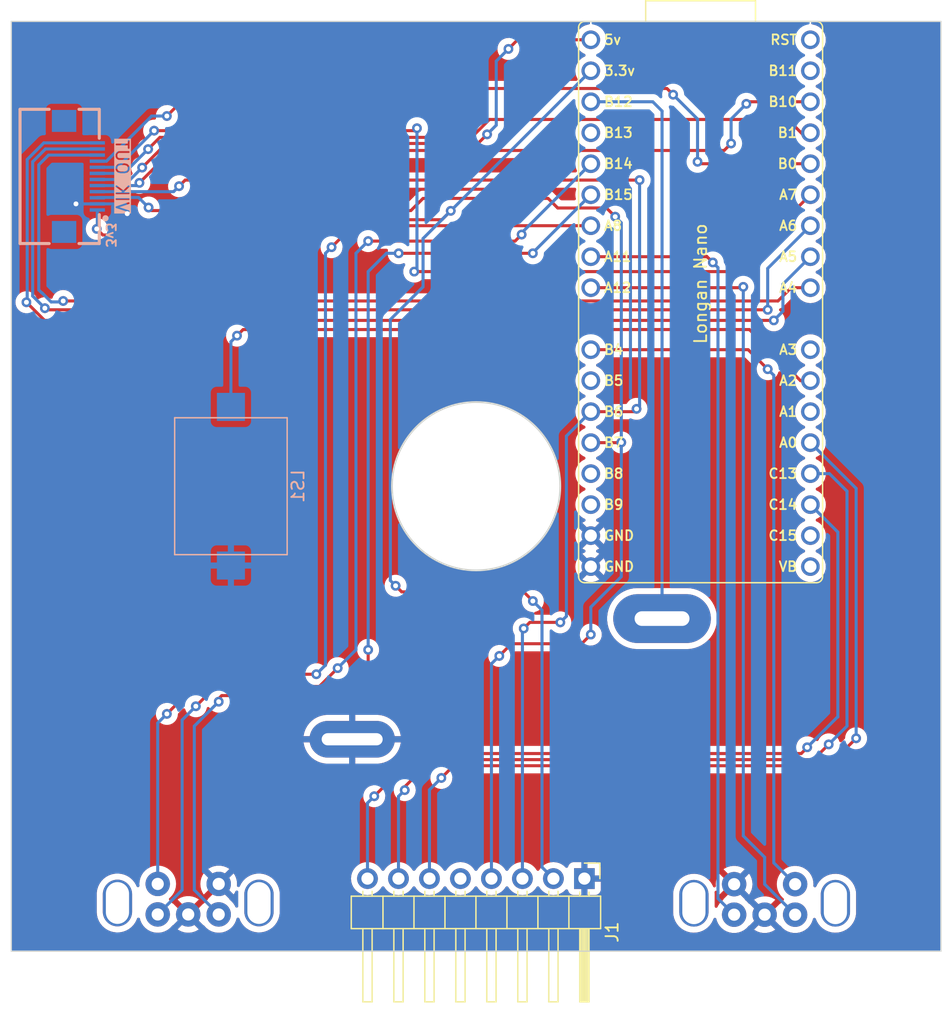
<source format=kicad_pcb>
(kicad_pcb (version 20221018) (generator pcbnew)
  (layers (0 "F.Cu" signal) (31 "B.Cu" signal) (34 "B.Paste" user) (35 "F.Paste" user) (36 "B.SilkS" user "B.Silkscreen") (37 "F.SilkS" user "F.Silkscreen") (38 "B.Mask" user) (39 "F.Mask" user) (44 "Edge.Cuts" user))
  (net 0 "")
  (net 1 "GND")
  (net 2 "SCL")
  (net 3 "SDA")
  (net 4 "DISP_DC")
  (net 5 "DISP_CS")
  (net 6 "DISP_BL")
  (net 7 "+3V3")
  (net 8 "VIK_RGB")
  (net 9 "+5V")
  (net 10 "GPIO_X1")
  (net 11 "MOSI")
  (net 12 "GPIO_X2")
  (net 13 "VIK_CS")
  (net 14 "MISO")
  (net 15 "SCLK")
  (net 16 "AUDIO")
  (net 17 "SW_1")
  (net 25 "ENC1_A")
  (net 26 "ENC1_B")
  (net 27 "ENC1_SW")
  (net 28 "ENC2_A")
  (net 29 "ENC2_B")
  (net 30 "ENC2_SW")
  (footprint "Keebio-Parts:RotaryEncoder_EC11B-Horizontal-Dual" (layer "F.Cu") (at 136.75 121.9575)
    (fp_text reference "SW3" hide)
    (fp_text value "RotaryEncoder_Switch" hide)
    (pad "" thru_hole oval (at -5.8 0.3125) (size 2.4 3.825) (drill oval 1.9 3.425) (layers "*.Cu" "*.Mask"))
    (pad "" thru_hole oval (at 5.8 0.3125) (size 2.4 3.825) (drill oval 1.9 3.425) (layers "*.Cu" "*.Mask"))
    (pad "A" thru_hole circle (at -2.5 1.25) (size 2 2) (drill 1) (layers "*.Cu" "*.Mask") (net 28 "ENC2_A"))
    (pad "B" thru_hole circle (at 2.5 1.25) (size 2 2) (drill 1) (layers "*.Cu" "*.Mask") (net 29 "ENC2_B"))
    (pad "C" thru_hole circle (at 0 1.25) (size 2 2) (drill 1) (layers "*.Cu" "*.Mask") (net 1 "GND"))
    (pad "S1" thru_hole circle (at -2.5 -1.25) (size 2 2) (drill 1) (layers "*.Cu" "*.Mask") (net 1 "GND"))
    (pad "S2" thru_hole circle (at 2.5 -1.25) (size 2 2) (drill 1) (layers "*.Cu" "*.Mask") (net 30 "ENC2_SW"))
  )
  (footprint "prsid:Longan_Nano" (layer "F.Cu") (at 131.5 73)
    (fp_text reference "U1" hide)
    (fp_text value "LonganNano")
    (fp_text user "B13" (at -8 -13.88) (layer "F.SilkS") (effects (font (size 0.8 0.8)) (justify left)))
    (fp_text user "GND" (at -8 19.14) (layer "F.SilkS") (effects (font (size 0.8 0.8)) (justify left)))
    (fp_text user "B1" (at 8 -13.88) (layer "F.SilkS") (effects (font (size 0.8 0.8)) (justify right)))
    (fp_text user "A4" (at 8 -1.18) (layer "F.SilkS") (effects (font (size 0.8 0.8)) (justify right)))
    (fp_text user "A12" (at -8 -1.18) (layer "F.SilkS") (effects (font (size 0.8 0.8)) (justify left)))
    (fp_text user "B5" (at -8 6.44) (layer "F.SilkS") (effects (font (size 0.8 0.8)) (justify left)))
    (fp_text user "3.3v" (at -8 -18.96) (layer "F.SilkS") (effects (font (size 0.8 0.8)) (justify left)))
    (fp_text user "B4" (at -8 3.9) (layer "F.SilkS") (effects (font (size 0.8 0.8)) (justify left)))
    (fp_text user "B14" (at -8 -11.34) (layer "F.SilkS") (effects (font (size 0.8 0.8)) (justify left)))
    (fp_text user "B6" (at -8 8.98) (layer "F.SilkS") (effects (font (size 0.8 0.8)) (justify left)))
    (fp_text user "A0" (at 8 11.52) (layer "F.SilkS") (effects (font (size 0.8 0.8)) (justify right)))
    (fp_text user "A5" (at 8 -3.72) (layer "F.SilkS") (effects (font (size 0.8 0.8)) (justify right)))
    (fp_text user "A3" (at 8 3.9) (layer "F.SilkS") (effects (font (size 0.8 0.8)) (justify right)))
    (fp_text user "A8" (at -8 -6.26) (layer "F.SilkS") (effects (font (size 0.8 0.8)) (justify left)))
    (fp_text user "5v" (at -8 -21.5) (layer "F.SilkS") (effects (font (size 0.8 0.8)) (justify left)))
    (fp_text user "C15" (at 8 19.14) (layer "F.SilkS") (effects (font (size 0.8 0.8)) (justify right)))
    (fp_text user "B10" (at 8 -16.42) (layer "F.SilkS") (effects (font (size 0.8 0.8)) (justify right)))
    (fp_text user "B0" (at 8 -11.34) (layer "F.SilkS") (effects (font (size 0.8 0.8)) (justify right)))
    (fp_text user "A7" (at 8 -8.8) (layer "F.SilkS") (effects (font (size 0.8 0.8)) (justify right)))
    (fp_text user "Longan Nano" (at 0 -1.5 -90) (layer "F.SilkS"))
    (fp_text user "B12" (at -8 -16.42) (layer "F.SilkS") (effects (font (size 0.8 0.8)) (justify left)))
    (fp_text user "GND" (at -8 21.68) (layer "F.SilkS") (effects (font (size 0.8 0.8)) (justify left)))
    (fp_text user "A1" (at 8 8.98) (layer "F.SilkS") (effects (font (size 0.8 0.8)) (justify right)))
    (fp_text user "VB" (at 8 21.68) (layer "F.SilkS") (effects (font (size 0.8 0.8)) (justify right)))
    (fp_text user "B15" (at -8 -8.8) (layer "F.SilkS") (effects (font (size 0.8 0.8)) (justify left)))
    (fp_text user "A11" (at -8 -3.72) (layer "F.SilkS") (effects (font (size 0.8 0.8)) (justify left)))
    (fp_text user "B9" (at -8 16.6) (layer "F.SilkS") (effects (font (size 0.8 0.8)) (justify left)))
    (fp_text user "C13" (at 8 14.06) (layer "F.SilkS") (effects (font (size 0.8 0.8)) (justify right)))
    (fp_text user "RST" (at 8 -21.5) (layer "F.SilkS") (effects (font (size 0.8 0.8)) (justify right)))
    (fp_text user "B11" (at 8 -18.96) (layer "F.SilkS") (effects (font (size 0.8 0.8)) (justify right)))
    (fp_text user "C14" (at 8 16.6) (layer "F.SilkS") (effects (font (size 0.8 0.8)) (justify right)))
    (fp_text user "A6" (at 8 -6.26) (layer "F.SilkS") (effects (font (size 0.8 0.8)) (justify right)))
    (fp_text user "B8" (at -8 14.06) (layer "F.SilkS") (effects (font (size 0.8 0.8)) (justify left)))
    (fp_text user "B7" (at -8 11.52) (layer "F.SilkS") (effects (font (size 0.8 0.8)) (justify left)))
    (fp_text user "A2" (at 8 6.44) (layer "F.SilkS") (effects (font (size 0.8 0.8)) (justify right)))
    (fp_line (start -10 -22.5) (end -10 22.5) (stroke (width 0.12)) (layer "F.SilkS"))
    (fp_line (start -9.5 23) (end 9.5 23) (stroke (width 0.12)) (layer "F.SilkS"))
    (fp_line (start -4.5 -24.7) (end -4.5 -23) (stroke (width 0.12)) (layer "F.SilkS"))
    (fp_line (start 0 -24.7) (end -4.5 -24.7) (stroke (width 0.12)) (layer "F.SilkS"))
    (fp_line (start 0 -24.7) (end 4.5 -24.7) (stroke (width 0.12)) (layer "F.SilkS"))
    (fp_line (start 4.5 -24.7) (end 4.5 -23) (stroke (width 0.12)) (layer "F.SilkS"))
    (fp_line (start 9.5 -23) (end -9.5 -23) (stroke (width 0.12)) (layer "F.SilkS"))
    (fp_line (start 10 22.5) (end 10 -22.5) (stroke (width 0.12)) (layer "F.SilkS"))
    (fp_arc (start -10 -22.5) (mid -9.853553 -22.853553) (end -9.5 -23) (stroke (width 0.12)) (layer "F.SilkS"))
    (fp_arc (start -9.5 23) (mid -9.853553 22.853553) (end -10 22.5) (stroke (width 0.12)) (layer "F.SilkS"))
    (fp_arc (start 9.5 -23) (mid 9.853553 -22.853553) (end 10 -22.5) (stroke (width 0.12)) (layer "F.SilkS"))
    (fp_arc (start 10 22.5) (mid 9.853553 22.853553) (end 9.5 23) (stroke (width 0.12)) (layer "F.SilkS"))
    (pad "1" thru_hole circle (at -9 -21.5) (size 1.524 1.524) (drill 1) (layers "*.Cu" "*.Mask") (net 9 "+5V"))
    (pad "2" thru_hole circle (at -9 -18.96) (size 1.524 1.524) (drill 1) (layers "*.Cu" "*.Mask") (net 7 "+3V3"))
    (pad "3" thru_hole circle (at -9 -16.42) (size 1.524 1.524) (drill 1) (layers "*.Cu" "*.Mask") (net 17 "SW_1"))
    (pad "4" thru_hole circle (at -9 -13.88) (size 1.524 1.524) (drill 1) (layers "*.Cu" "*.Mask"))
    (pad "5" thru_hole circle (at -9 -11.34) (size 1.524 1.524) (drill 1) (layers "*.Cu" "*.Mask") (net 25 "ENC1_A"))
    (pad "6" thru_hole circle (at -9 -8.8) (size 1.524 1.524) (drill 1) (layers "*.Cu" "*.Mask") (net 26 "ENC1_B"))
    (pad "7" thru_hole circle (at -9 -6.26) (size 1.524 1.524) (drill 1) (layers "*.Cu" "*.Mask") (net 27 "ENC1_SW"))
    (pad "8" thru_hole circle (at -9 -3.72) (size 1.524 1.524) (drill 1) (layers "*.Cu" "*.Mask") (net 28 "ENC2_A"))
    (pad "9" thru_hole circle (at -9 -1.18) (size 1.524 1.524) (drill 1) (layers "*.Cu" "*.Mask") (net 29 "ENC2_B"))
    (pad "10" thru_hole circle (at -9 3.9) (size 1.524 1.524) (drill 1) (layers "*.Cu" "*.Mask") (net 30 "ENC2_SW"))
    (pad "11" thru_hole circle (at -9 6.44) (size 1.524 1.524) (drill 1) (layers "*.Cu" "*.Mask"))
    (pad "12" thru_hole circle (at -9 8.98) (size 1.524 1.524) (drill 1) (layers "*.Cu" "*.Mask") (net 2 "SCL"))
    (pad "13" thru_hole circle (at -9 11.52) (size 1.524 1.524) (drill 1) (layers "*.Cu" "*.Mask") (net 3 "SDA"))
    (pad "14" thru_hole circle (at -9 14.06) (size 1.524 1.524) (drill 1) (layers "*.Cu" "*.Mask"))
    (pad "15" thru_hole circle (at -9 16.6) (size 1.524 1.524) (drill 1) (layers "*.Cu" "*.Mask"))
    (pad "16" thru_hole circle (at -9 19.14) (size 1.524 1.524) (drill 1) (layers "*.Cu" "*.Mask") (net 1 "GND"))
    (pad "17" thru_hole circle (at -9 21.68) (size 1.524 1.524) (drill 1) (layers "*.Cu" "*.Mask") (net 1 "GND"))
    (pad "18" thru_hole circle (at 9 21.68) (size 1.524 1.524) (drill 1) (layers "*.Cu" "*.Mask"))
    (pad "19" thru_hole circle (at 9 19.14) (size 1.524 1.524) (drill 1) (layers "*.Cu" "*.Mask"))
    (pad "20" thru_hole circle (at 9 16.6) (size 1.524 1.524) (drill 1) (layers "*.Cu" "*.Mask") (net 6 "DISP_BL"))
    (pad "21" thru_hole circle (at 9 14.06) (size 1.524 1.524) (drill 1) (layers "*.Cu" "*.Mask") (net 5 "DISP_CS"))
    (pad "22" thru_hole circle (at 9 11.52) (size 1.524 1.524) (drill 1) (layers "*.Cu" "*.Mask") (net 4 "DISP_DC"))
    (pad "23" thru_hole circle (at 9 8.98) (size 1.524 1.524) (drill 1) (layers "*.Cu" "*.Mask"))
    (pad "24" thru_hole circle (at 9 6.44) (size 1.524 1.524) (drill 1) (layers "*.Cu" "*.Mask") (net 16 "AUDIO"))
    (pad "25" thru_hole circle (at 9 3.9) (size 1.524 1.524) (drill 1) (layers "*.Cu" "*.Mask"))
    (pad "26" thru_hole circle (at 9 -1.18) (size 1.524 1.524) (drill 1) (layers "*.Cu" "*.Mask") (net 13 "VIK_CS"))
    (pad "27" thru_hole circle (at 9 -3.72) (size 1.524 1.524) (drill 1) (layers "*.Cu" "*.Mask") (net 15 "SCLK"))
    (pad "28" thru_hole circle (at 9 -6.26) (size 1.524 1.524) (drill 1) (layers "*.Cu" "*.Mask") (net 14 "MISO"))
    (pad "29" thru_hole circle (at 9 -8.8) (size 1.524 1.524) (drill 1) (layers "*.Cu" "*.Mask") (net 11 "MOSI"))
    (pad "30" thru_hole circle (at 9 -11.34) (size 1.524 1.524) (drill 1) (layers "*.Cu" "*.Mask") (net 12 "GPIO_X2"))
    (pad "31" thru_hole circle (at 9 -13.88) (size 1.524 1.524) (drill 1) (layers "*.Cu" "*.Mask") (net 10 "GPIO_X1"))
    (pad "32" thru_hole circle (at 9 -16.42) (size 1.524 1.524) (drill 1) (layers "*.Cu" "*.Mask") (net 8 "VIK_RGB"))
    (pad "33" thru_hole circle (at 9 -18.96) (size 1.524 1.524) (drill 1) (layers "*.Cu" "*.Mask"))
    (pad "34" thru_hole circle (at 9 -21.5) (size 1.524 1.524) (drill 1) (layers "*.Cu" "*.Mask"))
  )
  (footprint "Keebio-Parts:NovelKeys_Kailh_Big_Series_Switch" (layer "F.Cu") (at 113.1 88.09 180)
    (fp_text reference "SW1" hide)
    (fp_text value "SW_Push" hide)
    (fp_circle (center 0 0) (end 0 -6.9) (stroke (width 0.15)) (fill none) (layer "Edge.Cuts"))
    (pad "1" thru_hole oval (at -15.24 -10.85 180) (size 8 4) (drill oval 4.5 1.2) (layers "*.Cu" "*.Mask") (net 17 "SW_1"))
    (pad "2" thru_hole oval (at 10.16 -20.74 180) (size 7 3) (drill oval 5 1) (layers "*.Cu" "*.Mask") (net 1 "GND"))
  )
  (footprint "Connector_PinHeader_2.54mm:PinHeader_1x08_P2.54mm_Horizontal" (layer "F.Cu") (at 121.975 120.25 -90)
    (fp_text reference "J1" (at 4.385 -2.27 90) (layer "F.SilkS"))
    (fp_text value "Conn_01x08_Socket")
    (fp_line (start -1.27 -1.27) (end 0 -1.27) (stroke (width 0.12)) (layer "F.SilkS"))
    (fp_line (start -1.27 0) (end -1.27 -1.27) (stroke (width 0.12)) (layer "F.SilkS"))
    (fp_line (start 1.042929 2.16) (end 1.44 2.16) (stroke (width 0.12)) (layer "F.SilkS"))
    (fp_line (start 1.042929 2.92) (end 1.44 2.92) (stroke (width 0.12)) (layer "F.SilkS"))
    (fp_line (start 1.042929 4.7) (end 1.44 4.7) (stroke (width 0.12)) (layer "F.SilkS"))
    (fp_line (start 1.042929 5.46) (end 1.44 5.46) (stroke (width 0.12)) (layer "F.SilkS"))
    (fp_line (start 1.042929 7.24) (end 1.44 7.24) (stroke (width 0.12)) (layer "F.SilkS"))
    (fp_line (start 1.042929 8) (end 1.44 8) (stroke (width 0.12)) (layer "F.SilkS"))
    (fp_line (start 1.042929 9.78) (end 1.44 9.78) (stroke (width 0.12)) (layer "F.SilkS"))
    (fp_line (start 1.042929 10.54) (end 1.44 10.54) (stroke (width 0.12)) (layer "F.SilkS"))
    (fp_line (start 1.042929 12.32) (end 1.44 12.32) (stroke (width 0.12)) (layer "F.SilkS"))
    (fp_line (start 1.042929 13.08) (end 1.44 13.08) (stroke (width 0.12)) (layer "F.SilkS"))
    (fp_line (start 1.042929 14.86) (end 1.44 14.86) (stroke (width 0.12)) (layer "F.SilkS"))
    (fp_line (start 1.042929 15.62) (end 1.44 15.62) (stroke (width 0.12)) (layer "F.SilkS"))
    (fp_line (start 1.042929 17.4) (end 1.44 17.4) (stroke (width 0.12)) (layer "F.SilkS"))
    (fp_line (start 1.042929 18.16) (end 1.44 18.16) (stroke (width 0.12)) (layer "F.SilkS"))
    (fp_line (start 1.11 -0.38) (end 1.44 -0.38) (stroke (width 0.12)) (layer "F.SilkS"))
    (fp_line (start 1.11 0.38) (end 1.44 0.38) (stroke (width 0.12)) (layer "F.SilkS"))
    (fp_line (start 1.44 -1.33) (end 1.44 19.11) (stroke (width 0.12)) (layer "F.SilkS"))
    (fp_line (start 1.44 1.27) (end 4.1 1.27) (stroke (width 0.12)) (layer "F.SilkS"))
    (fp_line (start 1.44 3.81) (end 4.1 3.81) (stroke (width 0.12)) (layer "F.SilkS"))
    (fp_line (start 1.44 6.35) (end 4.1 6.35) (stroke (width 0.12)) (layer "F.SilkS"))
    (fp_line (start 1.44 8.89) (end 4.1 8.89) (stroke (width 0.12)) (layer "F.SilkS"))
    (fp_line (start 1.44 11.43) (end 4.1 11.43) (stroke (width 0.12)) (layer "F.SilkS"))
    (fp_line (start 1.44 13.97) (end 4.1 13.97) (stroke (width 0.12)) (layer "F.SilkS"))
    (fp_line (start 1.44 16.51) (end 4.1 16.51) (stroke (width 0.12)) (layer "F.SilkS"))
    (fp_line (start 1.44 19.11) (end 4.1 19.11) (stroke (width 0.12)) (layer "F.SilkS"))
    (fp_line (start 4.1 -1.33) (end 1.44 -1.33) (stroke (width 0.12)) (layer "F.SilkS"))
    (fp_line (start 4.1 -0.38) (end 10.1 -0.38) (stroke (width 0.12)) (layer "F.SilkS"))
    (fp_line (start 4.1 -0.32) (end 10.1 -0.32) (stroke (width 0.12)) (layer "F.SilkS"))
    (fp_line (start 4.1 -0.2) (end 10.1 -0.2) (stroke (width 0.12)) (layer "F.SilkS"))
    (fp_line (start 4.1 -0.08) (end 10.1 -0.08) (stroke (width 0.12)) (layer "F.SilkS"))
    (fp_line (start 4.1 0.04) (end 10.1 0.04) (stroke (width 0.12)) (layer "F.SilkS"))
    (fp_line (start 4.1 0.16) (end 10.1 0.16) (stroke (width 0.12)) (layer "F.SilkS"))
    (fp_line (start 4.1 0.28) (end 10.1 0.28) (stroke (width 0.12)) (layer "F.SilkS"))
    (fp_line (start 4.1 2.16) (end 10.1 2.16) (stroke (width 0.12)) (layer "F.SilkS"))
    (fp_line (start 4.1 4.7) (end 10.1 4.7) (stroke (width 0.12)) (layer "F.SilkS"))
    (fp_line (start 4.1 7.24) (end 10.1 7.24) (stroke (width 0.12)) (layer "F.SilkS"))
    (fp_line (start 4.1 9.78) (end 10.1 9.78) (stroke (width 0.12)) (layer "F.SilkS"))
    (fp_line (start 4.1 12.32) (end 10.1 12.32) (stroke (width 0.12)) (layer "F.SilkS"))
    (fp_line (start 4.1 14.86) (end 10.1 14.86) (stroke (width 0.12)) (layer "F.SilkS"))
    (fp_line (start 4.1 17.4) (end 10.1 17.4) (stroke (width 0.12)) (layer "F.SilkS"))
    (fp_line (start 4.1 19.11) (end 4.1 -1.33) (stroke (width 0.12)) (layer "F.SilkS"))
    (fp_line (start 10.1 -0.38) (end 10.1 0.38) (stroke (width 0.12)) (layer "F.SilkS"))
    (fp_line (start 10.1 0.38) (end 4.1 0.38) (stroke (width 0.12)) (layer "F.SilkS"))
    (fp_line (start 10.1 2.16) (end 10.1 2.92) (stroke (width 0.12)) (layer "F.SilkS"))
    (fp_line (start 10.1 2.92) (end 4.1 2.92) (stroke (width 0.12)) (layer "F.SilkS"))
    (fp_line (start 10.1 4.7) (end 10.1 5.46) (stroke (width 0.12)) (layer "F.SilkS"))
    (fp_line (start 10.1 5.46) (end 4.1 5.46) (stroke (width 0.12)) (layer "F.SilkS"))
    (fp_line (start 10.1 7.24) (end 10.1 8) (stroke (width 0.12)) (layer "F.SilkS"))
    (fp_line (start 10.1 8) (end 4.1 8) (stroke (width 0.12)) (layer "F.SilkS"))
    (fp_line (start 10.1 9.78) (end 10.1 10.54) (stroke (width 0.12)) (layer "F.SilkS"))
    (fp_line (start 10.1 10.54) (end 4.1 10.54) (stroke (width 0.12)) (layer "F.SilkS"))
    (fp_line (start 10.1 12.32) (end 10.1 13.08) (stroke (width 0.12)) (layer "F.SilkS"))
    (fp_line (start 10.1 13.08) (end 4.1 13.08) (stroke (width 0.12)) (layer "F.SilkS"))
    (fp_line (start 10.1 14.86) (end 10.1 15.62) (stroke (width 0.12)) (layer "F.SilkS"))
    (fp_line (start 10.1 15.62) (end 4.1 15.62) (stroke (width 0.12)) (layer "F.SilkS"))
    (fp_line (start 10.1 17.4) (end 10.1 18.16) (stroke (width 0.12)) (layer "F.SilkS"))
    (fp_line (start 10.1 18.16) (end 4.1 18.16) (stroke (width 0.12)) (layer "F.SilkS"))
    (pad "1" thru_hole rect (at 0 0 270) (size 1.7 1.7) (drill 1) (layers "*.Cu" "*.Mask") (net 1 "GND"))
    (pad "2" thru_hole oval (at 0 2.54 270) (size 1.7 1.7) (drill 1) (layers "*.Cu" "*.Mask") (net 7 "+3V3"))
    (pad "3" thru_hole oval (at 0 5.08 270) (size 1.7 1.7) (drill 1) (layers "*.Cu" "*.Mask") (net 2 "SCL"))
    (pad "4" thru_hole oval (at 0 7.62 270) (size 1.7 1.7) (drill 1) (layers "*.Cu" "*.Mask") (net 3 "SDA"))
    (pad "5" thru_hole oval (at 0 10.16 270) (size 1.7 1.7) (drill 1) (layers "*.Cu" "*.Mask"))
    (pad "6" thru_hole oval (at 0 12.7 270) (size 1.7 1.7) (drill 1) (layers "*.Cu" "*.Mask") (net 4 "DISP_DC"))
    (pad "7" thru_hole oval (at 0 15.24 270) (size 1.7 1.7) (drill 1) (layers "*.Cu" "*.Mask") (net 5 "DISP_CS"))
    (pad "8" thru_hole oval (at 0 17.78 270) (size 1.7 1.7) (drill 1) (layers "*.Cu" "*.Mask") (net 6 "DISP_BL"))
  )
  (footprint "Keebio-Parts:RotaryEncoder_EC11B-Horizontal-Dual" (layer "F.Cu") (at 89.5 121.9375)
    (fp_text reference "SW2" hide)
    (fp_text value "RotaryEncoder_Switch" hide)
    (pad "" thru_hole oval (at -5.8 0.3125) (size 2.4 3.825) (drill oval 1.9 3.425) (layers "*.Cu" "*.Mask"))
    (pad "" thru_hole oval (at 5.8 0.3125) (size 2.4 3.825) (drill oval 1.9 3.425) (layers "*.Cu" "*.Mask"))
    (pad "A" thru_hole circle (at -2.5 1.25) (size 2 2) (drill 1) (layers "*.Cu" "*.Mask") (net 25 "ENC1_A"))
    (pad "B" thru_hole circle (at 2.5 1.25) (size 2 2) (drill 1) (layers "*.Cu" "*.Mask") (net 26 "ENC1_B"))
    (pad "C" thru_hole circle (at 0 1.25) (size 2 2) (drill 1) (layers "*.Cu" "*.Mask") (net 1 "GND"))
    (pad "S1" thru_hole circle (at -2.5 -1.25) (size 2 2) (drill 1) (layers "*.Cu" "*.Mask") (net 27 "ENC1_SW"))
    (pad "S2" thru_hole circle (at 2.5 -1.25) (size 2 2) (drill 1) (layers "*.Cu" "*.Mask") (net 1 "GND"))
  )
  (footprint "vik:vik-keyboard-connector-horizontal" (layer "B.Cu") (at 80.01 62.7 90)
    (fp_text reference "J2" hide)
    (fp_text value "~")
    (fp_text user "VIK OUT" (at -3.05 3.48 270 unlocked) (layer "B.SilkS" knockout) (effects (justify left bottom mirror)))
    (fp_text user "3v3" (at -5.9 2.7 270 unlocked) (layer "B.SilkS") (effects (font (size 0.75 0.75)) (justify left bottom mirror)))
    (fp_line (start -5.5 -4.295) (end -5.5 -1.912) (stroke (width 0.254)) (layer "B.SilkS"))
    (fp_line (start -5.5 0.539) (end -5.5 2.2) (stroke (width 0.254)) (layer "B.SilkS"))
    (fp_line (start -5.5 2.2) (end -3.131 2.2) (stroke (width 0.254)) (layer "B.SilkS"))
    (fp_line (start 5.5 -4.295) (end -5.5 -4.295) (stroke (width 0.254)) (layer "B.SilkS"))
    (fp_line (start 5.5 -4.295) (end 5.5 -1.912) (stroke (width 0.254)) (layer "B.SilkS"))
    (fp_line (start 5.5 0.539) (end 5.5 2.2) (stroke (width 0.254)) (layer "B.SilkS"))
    (fp_line (start 5.5 2.2) (end 3.131 2.2) (stroke (width 0.254)) (layer "B.SilkS"))
    (fp_circle (center -3.429 2.708) (end -3.302 2.708) (stroke (width 0.254)) (fill none) (layer "B.SilkS"))
    (pad "1" smd rect (at -2.75 2.038 90) (size 0.28 1.25) (layers "B.Cu" "B.Paste" "B.Mask") (net 7 "+3V3"))
    (pad "2" smd rect (at -2.25 2.038 90) (size 0.28 1.25) (layers "B.Cu" "B.Paste" "B.Mask") (net 1 "GND"))
    (pad "3" smd rect (at -1.75 2.038 90) (size 0.28 1.25) (layers "B.Cu" "B.Paste" "B.Mask") (net 3 "SDA"))
    (pad "4" smd rect (at -1.25 2.038 90) (size 0.28 1.25) (layers "B.Cu" "B.Paste" "B.Mask") (net 2 "SCL"))
    (pad "5" smd rect (at -0.75 2.038 90) (size 0.28 1.25) (layers "B.Cu" "B.Paste" "B.Mask") (net 8 "VIK_RGB"))
    (pad "6" smd rect (at -0.25 2.038 90) (size 0.28 1.25) (layers "B.Cu" "B.Paste" "B.Mask") (net 9 "+5V"))
    (pad "7" smd rect (at 0.25 2.038 90) (size 0.28 1.25) (layers "B.Cu" "B.Paste" "B.Mask") (net 10 "GPIO_X1"))
    (pad "8" smd rect (at 0.75 2.038 90) (size 0.28 1.25) (layers "B.Cu" "B.Paste" "B.Mask") (net 11 "MOSI"))
    (pad "9" smd rect (at 1.25 2.038 90) (size 0.28 1.25) (layers "B.Cu" "B.Paste" "B.Mask") (net 12 "GPIO_X2"))
    (pad "10" smd rect (at 1.75 2.038 90) (size 0.28 1.25) (layers "B.Cu" "B.Paste" "B.Mask") (net 13 "VIK_CS"))
    (pad "11" smd rect (at 2.25 2.038 90) (size 0.28 1.25) (layers "B.Cu" "B.Paste" "B.Mask") (net 14 "MISO"))
    (pad "12" smd rect (at 2.75 2.038 90) (size 0.28 1.25) (layers "B.Cu" "B.Paste" "B.Mask") (net 15 "SCLK"))
    (pad "13" smd rect (at 4.55 -0.686 90) (size 1.8 2) (layers "B.Cu" "B.Paste" "B.Mask"))
    (pad "14" smd rect (at -4.55 -0.686 90) (size 1.8 2) (layers "B.Cu" "B.Paste" "B.Mask"))
  )
  (footprint "Keebio-Parts:AST1109MLTRQ" (layer "B.Cu") (at 93 88.09 90)
    (fp_text reference "LS1" (at 0 5.5 90) (layer "B.SilkS") (effects (justify mirror)))
    (fp_text value "Speaker")
    (fp_line (start -5.61 -4.61) (end -5.61 4.61) (stroke (width 0.12)) (layer "B.SilkS"))
    (fp_line (start -5.61 4.61) (end 5.61 4.61) (stroke (width 0.12)) (layer "B.SilkS"))
    (fp_line (start 5.61 -4.61) (end -5.61 -4.61) (stroke (width 0.12)) (layer "B.SilkS"))
    (fp_line (start 5.61 4.61) (end 5.61 -4.61) (stroke (width 0.12)) (layer "B.SilkS"))
    (pad "1" smd rect (at -6.5 0 90) (size 2.3 2.3) (layers "B.Cu" "B.Paste" "B.Mask") (net 1 "GND"))
    (pad "2" smd rect (at 6.5 0 90) (size 2.3 2.3) (layers "B.Cu" "B.Paste" "B.Mask") (net 16 "AUDIO"))
  )
  (gr_line (start 75 50) (end 151.2 50) (stroke (width 0.1)) (layer "Edge.Cuts"))
  (gr_line (start 75 126.2) (end 75 50) (stroke (width 0.1)) (layer "Edge.Cuts"))
  (gr_line (start 151.2 50) (end 151.2 126.2) (stroke (width 0.1)) (layer "Edge.Cuts"))
  (gr_line (start 151.2 126.2) (end 75 126.2) (stroke (width 0.1)) (layer "Edge.Cuts"))
  (via (at 84.5 65.75) (size 0.8) (drill 0.4) (layers "F.Cu" "B.Cu") (net 1))
  (via (at 80.3 64.95) (size 0.8) (drill 0.4) (layers "F.Cu" "B.Cu") (net 1))
  (segment (start 82.048 64.95) (end 80.3 64.95) (width 0.25) (layer "B.Cu") (net 1))
  (segment (start 82.048 64.95) (end 84.3 64.95) (width 0.25) (layer "B.Cu") (net 1))
  (segment (start 84.5 65.5) (end 84.5 65.75) (width 0.25) (layer "B.Cu") (net 1))
  (segment (start 84.5 65.15) (end 84.5 65.5) (width 0.25) (layer "B.Cu") (net 1))
  (segment (start 84.3 64.95) (end 84.5 65.15) (width 0.25) (layer "B.Cu") (net 1))
  (segment (start 88.75 63.5) (end 89.25 63) (width 0.25) (layer "F.Cu") (net 2))
  (segment (start 120 99.25) (end 117.5 99.25) (width 0.25) (layer "F.Cu") (net 2))
  (segment (start 126.25 81.75) (end 126.02 81.98) (width 0.25) (layer "F.Cu") (net 2))
  (segment (start 126.02 81.98) (end 122.5 81.98) (width 0.25) (layer "F.Cu") (net 2))
  (segment (start 117.5 99.25) (end 117 99.75) (width 0.25) (layer "F.Cu") (net 2))
  (segment (start 89.25 63) (end 126.5 63) (width 0.25) (layer "F.Cu") (net 2))
  (via (at 117 99.75) (size 0.8) (drill 0.4) (layers "F.Cu" "B.Cu") (net 2))
  (via (at 88.75 63.5) (size 0.8) (drill 0.4) (layers "F.Cu" "B.Cu") (net 2))
  (via (at 120 99.25) (size 0.8) (drill 0.4) (layers "F.Cu" "B.Cu") (net 2))
  (via (at 126.5 63) (size 0.8) (drill 0.4) (layers "F.Cu" "B.Cu") (net 2))
  (via (at 126.25 81.75) (size 0.8) (drill 0.4) (layers "F.Cu" "B.Cu") (net 2))
  (segment (start 126.5 81.5) (end 126.25 81.75) (width 0.25) (layer "B.Cu") (net 2))
  (segment (start 120.5 98.75) (end 120.5 83.98) (width 0.25) (layer "B.Cu") (net 2))
  (segment (start 120.5 98.75) (end 120 99.25) (width 0.25) (layer "B.Cu") (net 2))
  (segment (start 126.5 63) (end 126.5 81.5) (width 0.25) (layer "B.Cu") (net 2))
  (segment (start 88.75 63.5) (end 88.3 63.95) (width 0.25) (layer "B.Cu") (net 2))
  (segment (start 116.895 120.25) (end 116.895 99.855) (width 0.25) (layer "B.Cu") (net 2))
  (segment (start 116.895 99.855) (end 117 99.75) (width 0.25) (layer "B.Cu") (net 2))
  (segment (start 120.5 83.98) (end 122.5 81.98) (width 0.25) (layer "B.Cu") (net 2))
  (segment (start 88.3 63.95) (end 82.048 63.95) (width 0.25) (layer "B.Cu") (net 2))
  (segment (start 124.98 84.52) (end 125 84.5) (width 0.25) (layer "F.Cu") (net 3))
  (segment (start 123.787 65.287) (end 124.5 66) (width 0.25) (layer "F.Cu") (net 3))
  (segment (start 108.75 64.5) (end 119 64.5) (width 0.25) (layer "F.Cu") (net 3))
  (segment (start 116 101) (end 121.75 101) (width 0.25) (layer "F.Cu") (net 3))
  (segment (start 86.5 65.5) (end 107.75 65.5) (width 0.25) (layer "F.Cu") (net 3))
  (segment (start 121.75 101) (end 122.5 100.25) (width 0.25) (layer "F.Cu") (net 3))
  (segment (start 86.25 65.25) (end 86.5 65.5) (width 0.25) (layer "F.Cu") (net 3))
  (segment (start 107.75 65.5) (end 108.75 64.5) (width 0.25) (layer "F.Cu") (net 3))
  (segment (start 122.5 84.52) (end 124.98 84.52) (width 0.25) (layer "F.Cu") (net 3))
  (segment (start 115 102) (end 116 101) (width 0.25) (layer "F.Cu") (net 3))
  (segment (start 119 64.5) (end 119.787 65.287) (width 0.25) (layer "F.Cu") (net 3))
  (segment (start 119.787 65.287) (end 123.787 65.287) (width 0.25) (layer "F.Cu") (net 3))
  (via (at 122.5 100.25) (size 0.8) (drill 0.4) (layers "F.Cu" "B.Cu") (net 3))
  (via (at 115 102) (size 0.8) (drill 0.4) (layers "F.Cu" "B.Cu") (net 3))
  (via (at 86.25 65.25) (size 0.8) (drill 0.4) (layers "F.Cu" "B.Cu") (net 3))
  (via (at 124.5 66) (size 0.8) (drill 0.4) (layers "F.Cu" "B.Cu") (net 3))
  (via (at 125 84.5) (size 0.8) (drill 0.4) (layers "F.Cu" "B.Cu") (net 3))
  (segment (start 114.355 106.145) (end 114.355 102.645) (width 0.25) (layer "B.Cu") (net 3))
  (segment (start 124.5 66) (end 125 66.5) (width 0.25) (layer "B.Cu") (net 3))
  (segment (start 125 84.5) (end 125 87) (width 0.25) (layer "B.Cu") (net 3))
  (segment (start 114.355 102.645) (end 115 102) (width 0.25) (layer "B.Cu") (net 3))
  (segment (start 85.425 64.425) (end 82.073 64.425) (width 0.25) (layer "B.Cu") (net 3))
  (segment (start 122.5 100.25) (end 122.5 98) (width 0.25) (layer "B.Cu") (net 3))
  (segment (start 125 66.5) (end 125 84.5) (width 0.25) (layer "B.Cu") (net 3))
  (segment (start 122.5 98) (end 125 95.5) (width 0.25) (layer "B.Cu") (net 3))
  (segment (start 82.073 64.425) (end 82.048 64.45) (width 0.25) (layer "B.Cu") (net 3))
  (segment (start 125 95.5) (end 125 87) (width 0.25) (layer "B.Cu") (net 3))
  (segment (start 86.25 65.25) (end 85.425 64.425) (width 0.25) (layer "B.Cu") (net 3))
  (segment (start 114.355 120.25) (end 114.355 106.145) (width 0.25) (layer "B.Cu") (net 3))
  (segment (start 144.25 108.75) (end 142 111) (width 0.25) (layer "F.Cu") (net 4))
  (segment (start 111.25 111) (end 110.25 112) (width 0.25) (layer "F.Cu") (net 4))
  (segment (start 142 111) (end 111.25 111) (width 0.25) (layer "F.Cu") (net 4))
  (via (at 144.25 108.75) (size 0.8) (drill 0.4) (layers "F.Cu" "B.Cu") (net 4))
  (via (at 110.25 112) (size 0.8) (drill 0.4) (layers "F.Cu" "B.Cu") (net 4))
  (segment (start 109.275 112.975) (end 109.275 120.25) (width 0.25) (layer "B.Cu") (net 4))
  (segment (start 144.25 108.75) (end 144.25 88.27) (width 0.25) (layer "B.Cu") (net 4))
  (segment (start 144.25 88.27) (end 140.5 84.52) (width 0.25) (layer "B.Cu") (net 4))
  (segment (start 110.25 112) (end 109.275 112.975) (width 0.25) (layer "B.Cu") (net 4))
  (segment (start 142 109.25) (end 140.75 110.5) (width 0.25) (layer "F.Cu") (net 5))
  (segment (start 109.474695 110.5) (end 107.25 112.724695) (width 0.25) (layer "F.Cu") (net 5))
  (segment (start 107.25 112.724695) (end 107.25 113) (width 0.25) (layer "F.Cu") (net 5))
  (segment (start 140.75 110.5) (end 109.474695 110.5) (width 0.25) (layer "F.Cu") (net 5))
  (via (at 107.25 113) (size 0.8) (drill 0.4) (layers "F.Cu" "B.Cu") (net 5))
  (via (at 142 109.25) (size 0.8) (drill 0.4) (layers "F.Cu" "B.Cu") (net 5))
  (segment (start 142.06 87.06) (end 140.5 87.06) (width 0.25) (layer "B.Cu") (net 5))
  (segment (start 143.5 88.5) (end 142.06 87.06) (width 0.25) (layer "B.Cu") (net 5))
  (segment (start 106.735 113.515) (end 106.735 120.25) (width 0.25) (layer "B.Cu") (net 5))
  (segment (start 142 109.25) (end 143.5 107.75) (width 0.25) (layer "B.Cu") (net 5))
  (segment (start 107.25 113) (end 106.735 113.515) (width 0.25) (layer "B.Cu") (net 5))
  (segment (start 143.5 107.75) (end 143.5 88.5) (width 0.25) (layer "B.Cu") (net 5))
  (segment (start 140.237701 109.487701) (end 140.237701 109.512299) (width 0.25) (layer "F.Cu") (net 6))
  (segment (start 108.25 110) (end 104.75 113.5) (width 0.25) (layer "F.Cu") (net 6))
  (segment (start 140.237701 109.512299) (end 139.75 110) (width 0.25) (layer "F.Cu") (net 6))
  (segment (start 139.75 110) (end 108.25 110) (width 0.25) (layer "F.Cu") (net 6))
  (via (at 140.237701 109.487701) (size 0.8) (drill 0.4) (layers "F.Cu" "B.Cu") (net 6))
  (via (at 104.75 113.5) (size 0.8) (drill 0.4) (layers "F.Cu" "B.Cu") (net 6))
  (segment (start 142.725402 107) (end 142.75 107) (width 0.25) (layer "B.Cu") (net 6))
  (segment (start 142.75 107) (end 142.75 91.85) (width 0.25) (layer "B.Cu") (net 6))
  (segment (start 140.237701 109.487701) (end 142.725402 107) (width 0.25) (layer "B.Cu") (net 6))
  (segment (start 104.195 120.25) (end 104.195 114.055) (width 0.25) (layer "B.Cu") (net 6))
  (segment (start 142.75 91.85) (end 140.5 89.6) (width 0.25) (layer "B.Cu") (net 6))
  (segment (start 104.195 114.055) (end 104.75 113.5) (width 0.25) (layer "B.Cu") (net 6))
  (segment (start 110.29 66.25) (end 111.02 65.52) (width 0.25) (layer "F.Cu") (net 7))
  (segment (start 107 96.75) (end 106.5 96.25) (width 0.25) (layer "F.Cu") (net 7))
  (segment (start 117.75 97.5) (end 117 96.75) (width 0.25) (layer "F.Cu") (net 7))
  (segment (start 82 67) (end 82.5 67.5) (width 0.25) (layer "F.Cu") (net 7))
  (segment (start 117 96.75) (end 107 96.75) (width 0.25) (layer "F.Cu") (net 7))
  (segment (start 102.25 66.25) (end 110.29 66.25) (width 0.25) (layer "F.Cu") (net 7))
  (segment (start 82.5 67.5) (end 101 67.5) (width 0.25) (layer "F.Cu") (net 7))
  (segment (start 101 67.5) (end 102.25 66.25) (width 0.25) (layer "F.Cu") (net 7))
  (via (at 111.02 65.52) (size 0.8) (drill 0.4) (layers "F.Cu" "B.Cu") (net 7))
  (via (at 82 67) (size 0.8) (drill 0.4) (layers "F.Cu" "B.Cu") (net 7))
  (via (at 117.75 97.5) (size 0.8) (drill 0.4) (layers "F.Cu" "B.Cu") (net 7))
  (via (at 106.5 96.25) (size 0.8) (drill 0.4) (layers "F.Cu" "B.Cu") (net 7))
  (segment (start 119.435 120.25) (end 118.5 119.315) (width 0.25) (layer "B.Cu") (net 7))
  (segment (start 118.5 117) (end 118.5 98.25) (width 0.25) (layer "B.Cu") (net 7))
  (segment (start 108.75 71.75) (end 108.75 67.79) (width 0.25) (layer "B.Cu") (net 7))
  (segment (start 118.5 119.315) (end 118.5 117) (width 0.25) (layer "B.Cu") (net 7))
  (segment (start 82.048 66.952) (end 82 67) (width 0.25) (layer "B.Cu") (net 7))
  (segment (start 106.5 96.25) (end 106.068693 95.818693) (width 0.25) (layer "B.Cu") (net 7))
  (segment (start 82.048 65.45) (end 82.048 66.952) (width 0.25) (layer "B.Cu") (net 7))
  (segment (start 118.5 98.25) (end 117.75 97.5) (width 0.25) (layer "B.Cu") (net 7))
  (segment (start 111.02 65.52) (end 111.09 65.45) (width 0.25) (layer "B.Cu") (net 7))
  (segment (start 108.75 67.79) (end 111.02 65.52) (width 0.25) (layer "B.Cu") (net 7))
  (segment (start 106.068693 95.818693) (end 106.068693 74.431307) (width 0.25) (layer "B.Cu") (net 7))
  (segment (start 111.09 65.45) (end 122.5 54.04) (width 0.25) (layer "B.Cu") (net 7))
  (segment (start 106.068693 74.431307) (end 108.75 71.75) (width 0.25) (layer "B.Cu") (net 7))
  (segment (start 135.25 56.75) (end 135.42 56.58) (width 0.25) (layer "F.Cu") (net 8))
  (segment (start 135.42 56.58) (end 140.5 56.58) (width 0.25) (layer "F.Cu") (net 8))
  (segment (start 88.1525 60.573) (end 133.427 60.573) (width 0.25) (layer "F.Cu") (net 8))
  (segment (start 85.5 63.2255) (end 88.1525 60.573) (width 0.25) (layer "F.Cu") (net 8))
  (segment (start 133.427 60.573) (end 134 60) (width 0.25) (layer "F.Cu") (net 8))
  (via (at 135.25 56.75) (size 0.8) (drill 0.4) (layers "F.Cu" "B.Cu") (net 8))
  (via (at 134 60) (size 0.8) (drill 0.4) (layers "F.Cu" "B.Cu") (net 8))
  (via (at 85.5 63.2255) (size 0.8) (drill 0.4) (layers "F.Cu" "B.Cu") (net 8))
  (segment (start 134 60) (end 134 58) (width 0.25) (layer "B.Cu") (net 8))
  (segment (start 85.2755 63.45) (end 85.5 63.2255) (width 0.25) (layer "B.Cu") (net 8))
  (segment (start 82.048 63.45) (end 85.2755 63.45) (width 0.25) (layer "B.Cu") (net 8))
  (segment (start 134 58) (end 135.25 56.75) (width 0.25) (layer "B.Cu") (net 8))
  (segment (start 116.5 51.5) (end 122.5 51.5) (width 0.25) (layer "F.Cu") (net 9))
  (segment (start 87.700902 60) (end 113.25 60) (width 0.25) (layer "F.Cu") (net 9))
  (segment (start 113.25 60) (end 114 59.25) (width 0.25) (layer "F.Cu") (net 9))
  (segment (start 85.725451 61.975451) (end 87.700902 60) (width 0.25) (layer "F.Cu") (net 9))
  (segment (start 115.75 52.25) (end 116.5 51.5) (width 0.25) (layer "F.Cu") (net 9))
  (via (at 114 59.25) (size 0.8) (drill 0.4) (layers "F.Cu" "B.Cu") (net 9))
  (via (at 115.75 52.25) (size 0.8) (drill 0.4) (layers "F.Cu" "B.Cu") (net 9))
  (via (at 85.725451 61.975451) (size 0.8) (drill 0.4) (layers "F.Cu" "B.Cu") (net 9))
  (segment (start 114 59.25) (end 114.75 58.5) (width 0.25) (layer "B.Cu") (net 9))
  (segment (start 84.750902 62.95) (end 85.725451 61.975451) (width 0.25) (layer "B.Cu") (net 9))
  (segment (start 114.75 53.25) (end 115.75 52.25) (width 0.25) (layer "B.Cu") (net 9))
  (segment (start 114.75 58.5) (end 114.75 53.25) (width 0.25) (layer "B.Cu") (net 9))
  (segment (start 82.048 62.95) (end 84.750902 62.95) (width 0.25) (layer "B.Cu") (net 9))
  (segment (start 112.724695 59.5) (end 87.176304 59.5) (width 0.25) (layer "F.Cu") (net 10))
  (segment (start 140.12 59.5) (end 138.653 58.033) (width 0.25) (layer "F.Cu") (net 10))
  (segment (start 140.5 59.12) (end 140.12 59.5) (width 0.25) (layer "F.Cu") (net 10))
  (segment (start 87.176304 59.5) (end 86.213152 60.463152) (width 0.25) (layer "F.Cu") (net 10))
  (segment (start 114.191695 58.033) (end 112.724695 59.5) (width 0.25) (layer "F.Cu") (net 10))
  (segment (start 138.653 58.033) (end 114.191695 58.033) (width 0.25) (layer "F.Cu") (net 10))
  (via (at 86.213152 60.463152) (size 0.8) (drill 0.4) (layers "F.Cu" "B.Cu") (net 10))
  (segment (start 84.226304 62.45) (end 82.048 62.45) (width 0.25) (layer "B.Cu") (net 10))
  (segment (start 86.213152 60.463152) (end 84.226304 62.45) (width 0.25) (layer "B.Cu") (net 10))
  (segment (start 108.051315 58.948685) (end 108.25 58.75) (width 0.25) (layer "F.Cu") (net 11))
  (segment (start 134.2 70.5) (end 108.0255 70.5) (width 0.25) (layer "F.Cu") (net 11))
  (segment (start 140.5 64.2) (end 134.2 70.5) (width 0.25) (layer "F.Cu") (net 11))
  (segment (start 86.706248 58.948685) (end 108.051315 58.948685) (width 0.25) (layer "F.Cu") (net 11))
  (via (at 86.706248 58.948685) (size 0.8) (drill 0.4) (layers "F.Cu" "B.Cu") (net 11))
  (via (at 108.25 58.75) (size 0.8) (drill 0.4) (layers "F.Cu" "B.Cu") (net 11))
  (via (at 108.0255 70.5) (size 0.8) (drill 0.4) (layers "F.Cu" "B.Cu") (net 11))
  (segment (start 108.25 70.2755) (end 108.0255 70.5) (width 0.25) (layer "B.Cu") (net 11))
  (segment (start 108.25 58.75) (end 108.25 70.2755) (width 0.25) (layer "B.Cu") (net 11))
  (segment (start 86.702314 58.948685) (end 86.706248 58.948685) (width 0.25) (layer "B.Cu") (net 11))
  (segment (start 83.700999 61.95) (end 86.702314 58.948685) (width 0.25) (layer "B.Cu") (net 11))
  (segment (start 82.048 61.95) (end 83.700999 61.95) (width 0.25) (layer "B.Cu") (net 11))
  (segment (start 140.5 61.66) (end 131.41 61.66) (width 0.25) (layer "F.Cu") (net 12))
  (segment (start 129.25 56) (end 128.743 55.493) (width 0.25) (layer "F.Cu") (net 12))
  (segment (start 131.41 61.66) (end 131.25 61.5) (width 0.25) (layer "F.Cu") (net 12))
  (segment (start 128.743 55.493) (end 90.007 55.493) (width 0.25) (layer "F.Cu") (net 12))
  (segment (start 90.007 55.493) (end 87.75 57.75) (width 0.25) (layer "F.Cu") (net 12))
  (via (at 87.75 57.75) (size 0.8) (drill 0.4) (layers "F.Cu" "B.Cu") (net 12))
  (via (at 131.25 61.5) (size 0.8) (drill 0.4) (layers "F.Cu" "B.Cu") (net 12))
  (via (at 129.25 56) (size 0.8) (drill 0.4) (layers "F.Cu" "B.Cu") (net 12))
  (segment (start 131.25 58) (end 129.25 56) (width 0.25) (layer "B.Cu") (net 12))
  (segment (start 82.8 61.45) (end 82.048 61.45) (width 0.25) (layer "B.Cu") (net 12))
  (segment (start 87.75 57.75) (end 86.5 57.75) (width 0.25) (layer "B.Cu") (net 12))
  (segment (start 86.5 57.75) (end 82.8 61.45) (width 0.25) (layer "B.Cu") (net 12))
  (segment (start 131.25 61.5) (end 131.25 58) (width 0.25) (layer "B.Cu") (net 12))
  (segment (start 138.93 71.82) (end 140.5 71.82) (width 0.25) (layer "F.Cu") (net 13))
  (segment (start 79.25 72.907) (end 137.843 72.907) (width 0.25) (layer "F.Cu") (net 13))
  (segment (start 137.843 72.907) (end 138.93 71.82) (width 0.25) (layer "F.Cu") (net 13))
  (via (at 79.25 72.907) (size 0.8) (drill 0.4) (layers "F.Cu" "B.Cu") (net 13))
  (segment (start 78.262653 72.987348) (end 79.169652 72.987348) (width 0.25) (layer "B.Cu") (net 13))
  (segment (start 77.5 72.25) (end 77.525305 72.25) (width 0.25) (layer "B.Cu") (net 13))
  (segment (start 77.525305 72.25) (end 78.262653 72.987348) (width 0.25) (layer "B.Cu") (net 13))
  (segment (start 77.25 72) (end 77.5 72.25) (width 0.25) (layer "B.Cu") (net 13))
  (segment (start 82.048 60.95) (end 78.05 60.95) (width 0.25) (layer "B.Cu") (net 13))
  (segment (start 78.05 60.95) (end 77.25 61.75) (width 0.25) (layer "B.Cu") (net 13))
  (segment (start 77.25 61.75) (end 77.25 72) (width 0.25) (layer "B.Cu") (net 13))
  (segment (start 79.169652 72.987348) (end 79.25 72.907) (width 0.25) (layer "B.Cu") (net 13))
  (segment (start 77.75 73.5) (end 77.8815 73.6315) (width 0.25) (layer "F.Cu") (net 14))
  (segment (start 77.8815 73.6315) (end 137 73.6315) (width 0.25) (layer "F.Cu") (net 14))
  (via (at 137 73.6315) (size 0.8) (drill 0.4) (layers "F.Cu" "B.Cu") (net 14))
  (via (at 77.75 73.5) (size 0.8) (drill 0.4) (layers "F.Cu" "B.Cu") (net 14))
  (segment (start 76.75 72.5) (end 77.75 73.5) (width 0.25) (layer "B.Cu") (net 14))
  (segment (start 82.048 60.45) (end 77.8 60.45) (width 0.25) (layer "B.Cu") (net 14))
  (segment (start 137 70.24) (end 140.5 66.74) (width 0.25) (layer "B.Cu") (net 14))
  (segment (start 76.75 61.5) (end 76.75 72.5) (width 0.25) (layer "B.Cu") (net 14))
  (segment (start 137 73.6315) (end 137 70.24) (width 0.25) (layer "B.Cu") (net 14))
  (segment (start 77.8 60.45) (end 76.75 61.5) (width 0.25) (layer "B.Cu") (net 14))
  (segment (start 77.725402 74.5) (end 76.237701 73.012299) (width 0.25) (layer "F.Cu") (net 15))
  (segment (start 137.5 74.5) (end 77.725402 74.5) (width 0.25) (layer "F.Cu") (net 15))
  (via (at 76.237701 73.012299) (size 0.8) (drill 0.4) (layers "F.Cu" "B.Cu") (net 15))
  (via (at 137.5 74.5) (size 0.8) (drill 0.4) (layers "F.Cu" "B.Cu") (net 15))
  (segment (start 138.25 73.75) (end 137.5 74.5) (width 0.25) (layer "B.Cu") (net 15))
  (segment (start 138.25 71.53) (end 138.25 73.75) (width 0.25) (layer "B.Cu") (net 15))
  (segment (start 76.3 73.074598) (end 76.3 61.313604) (width 0.25) (layer "B.Cu") (net 15))
  (segment (start 76.3 61.313604) (end 77.663604 59.95) (width 0.25) (layer "B.Cu") (net 15))
  (segment (start 140.5 69.28) (end 138.25 71.53) (width 0.25) (layer "B.Cu") (net 15))
  (segment (start 76.237701 73.012299) (end 76.3 73.074598) (width 0.25) (layer "B.Cu") (net 15))
  (segment (start 77.663604 59.95) (end 82.048 59.95) (width 0.25) (layer "B.Cu") (net 15))
  (segment (start 94 75.25) (end 135.5 75.25) (width 0.25) (layer "F.Cu") (net 16))
  (segment (start 139.69 79.44) (end 140.5 79.44) (width 0.25) (layer "F.Cu") (net 16))
  (segment (start 135.5 75.25) (end 139.69 79.44) (width 0.25) (layer "F.Cu") (net 16))
  (segment (start 93.5 75.75) (end 94 75.25) (width 0.25) (layer "F.Cu") (net 16))
  (via (at 93.5 75.75) (size 0.8) (drill 0.4) (layers "F.Cu" "B.Cu") (net 16))
  (segment (start 93 81.59) (end 93 76.25) (width 0.25) (layer "B.Cu") (net 16))
  (segment (start 93 76.25) (end 93.5 75.75) (width 0.25) (layer "B.Cu") (net 16))
  (segment (start 128.34 98.94) (end 128.34 57.34) (width 0.25) (layer "B.Cu") (net 17))
  (segment (start 127.58 56.58) (end 122.5 56.58) (width 0.25) (layer "B.Cu") (net 17))
  (segment (start 128.34 57.34) (end 127.58 56.58) (width 0.25) (layer "B.Cu") (net 17))
  (segment (start 91.75 104.5) (end 90.125 106.125) (width 0.25) (layer "F.Cu") (net 25))
  (segment (start 101.75 103) (end 100.25 104.5) (width 0.25) (layer "F.Cu") (net 25))
  (segment (start 116.2945 68) (end 104.25 68) (width 0.25) (layer "F.Cu") (net 25))
  (segment (start 116.83 67.4645) (end 116.2945 68) (width 0.25) (layer "F.Cu") (net 25))
  (segment (start 100.25 104.5) (end 91.75 104.5) (width 0.25) (layer "F.Cu") (net 25))
  (via (at 116.83 67.4645) (size 0.8) (drill 0.4) (layers "F.Cu" "B.Cu") (net 25))
  (via (at 101.75 103) (size 0.8) (drill 0.4) (layers "F.Cu" "B.Cu") (net 25))
  (via (at 104.25 68) (size 0.8) (drill 0.4) (layers "F.Cu" "B.Cu") (net 25))
  (via (at 90.125 106.125) (size 0.8) (drill 0.4) (layers "F.Cu" "B.Cu") (net 25))
  (segment (start 101.75 103) (end 103.25 101.5) (width 0.25) (layer "B.Cu") (net 25))
  (segment (start 90.125 106.125) (end 89 107.25) (width 0.25) (layer "B.Cu") (net 25))
  (segment (start 89 121.1875) (end 87 123.1875) (width 0.25) (layer "B.Cu") (net 25))
  (segment (start 103.25 69) (end 104.25 68) (width 0.25) (layer "B.Cu") (net 25))
  (segment (start 89 107.25) (end 89 121.1875) (width 0.25) (layer "B.Cu") (net 25))
  (segment (start 103.25 101.5) (end 103.25 69) (width 0.25) (layer "B.Cu") (net 25))
  (segment (start 116.83 67.33) (end 122.5 61.66) (width 0.25) (layer "B.Cu") (net 25))
  (segment (start 116.83 67.4645) (end 116.83 67.33) (width 0.25) (layer "B.Cu") (net 25))
  (segment (start 104.25 102.5) (end 101.5 105.25) (width 0.25) (layer "F.Cu") (net 26))
  (segment (start 104.25 101.5) (end 104.25 102.5) (width 0.25) (layer "F.Cu") (net 26))
  (segment (start 92 105.5) (end 92 105.75) (width 0.25) (layer "F.Cu") (net 26))
  (segment (start 101.5 105.25) (end 92.25 105.25) (width 0.25) (layer "F.Cu") (net 26))
  (segment (start 92.25 105.25) (end 92 105.5) (width 0.25) (layer "F.Cu") (net 26))
  (segment (start 106.75 69) (end 117.75 69) (width 0.25) (layer "F.Cu") (net 26))
  (via (at 104.25 101.5) (size 0.8) (drill 0.4) (layers "F.Cu" "B.Cu") (net 26))
  (via (at 92 105.75) (size 0.8) (drill 0.4) (layers "F.Cu" "B.Cu") (net 26))
  (via (at 117.75 69) (size 0.8) (drill 0.4) (layers "F.Cu" "B.Cu") (net 26))
  (via (at 106.75 69) (size 0.8) (drill 0.4) (layers "F.Cu" "B.Cu") (net 26))
  (segment (start 92 105.75) (end 90 107.75) (width 0.25) (layer "B.Cu") (net 26))
  (segment (start 90 121.1875) (end 92 123.1875) (width 0.25) (layer "B.Cu") (net 26))
  (segment (start 117.75 68.95) (end 117.75 69) (width 0.25) (layer "B.Cu") (net 26))
  (segment (start 106.75 69) (end 105.75 69) (width 0.25) (layer "B.Cu") (net 26))
  (segment (start 105.75 69) (end 104.25 70.5) (width 0.25) (layer "B.Cu") (net 26))
  (segment (start 90 107.75) (end 90 121.1875) (width 0.25) (layer "B.Cu") (net 26))
  (segment (start 122.5 64.2) (end 117.75 68.95) (width 0.25) (layer "B.Cu") (net 26))
  (segment (start 104.25 70.5) (end 104.25 101.5) (width 0.25) (layer "B.Cu") (net 26))
  (segment (start 91 103.5) (end 100 103.5) (width 0.25) (layer "F.Cu") (net 27))
  (segment (start 87.75 106.75) (end 91 103.5) (width 0.25) (layer "F.Cu") (net 27))
  (segment (start 103.01 66.74) (end 122.5 66.74) (width 0.25) (layer "F.Cu") (net 27))
  (segment (start 101.25 68.5) (end 103.01 66.74) (width 0.25) (layer "F.Cu") (net 27))
  (via (at 87.75 106.75) (size 0.8) (drill 0.4) (layers "F.Cu" "B.Cu") (net 27))
  (via (at 100 103.5) (size 0.8) (drill 0.4) (layers "F.Cu" "B.Cu") (net 27))
  (via (at 101.25 68.5) (size 0.8) (drill 0.4) (layers "F.Cu" "B.Cu") (net 27))
  (segment (start 87 107.5) (end 87 120.6875) (width 0.25) (layer "B.Cu") (net 27))
  (segment (start 101.25 68.5) (end 100.75 69) (width 0.25) (layer "B.Cu") (net 27))
  (segment (start 100.75 69) (end 100.75 102.75) (width 0.25) (layer "B.Cu") (net 27))
  (segment (start 87.75 106.75) (end 87 107.5) (width 0.25) (layer "B.Cu") (net 27))
  (segment (start 100.75 102.75) (end 100 103.5) (width 0.25) (layer "B.Cu") (net 27))
  (segment (start 132 69.25) (end 131.97 69.28) (width 0.25) (layer "F.Cu") (net 28))
  (segment (start 132.5 69.75) (end 132 69.25) (width 0.25) (layer "F.Cu") (net 28))
  (segment (start 131.97 69.28) (end 122.5 69.28) (width 0.25) (layer "F.Cu") (net 28))
  (via (at 132.5 69.75) (size 0.8) (drill 0.4) (layers "F.Cu" "B.Cu") (net 28))
  (segment (start 134.25 123.2075) (end 132.925 121.8825) (width 0.25) (layer "B.Cu") (net 28))
  (segment (start 132.925 70.175) (end 132.5 69.75) (width 0.25) (layer "B.Cu") (net 28))
  (segment (start 132.925 121.8825) (end 132.925 70.175) (width 0.25) (layer "B.Cu") (net 28))
  (segment (start 134.93 71.82) (end 135 71.75) (width 0.25) (layer "F.Cu") (net 29))
  (segment (start 122.5 71.82) (end 134.93 71.82) (width 0.25) (layer "F.Cu") (net 29))
  (via (at 135 71.75) (size 0.8) (drill 0.4) (layers "F.Cu" "B.Cu") (net 29))
  (segment (start 136.75 118.5) (end 136.75 120.7075) (width 0.25) (layer "B.Cu") (net 29))
  (segment (start 135 116.75) (end 136.75 118.5) (width 0.25) (layer "B.Cu") (net 29))
  (segment (start 135 71.75) (end 135 116.75) (width 0.25) (layer "B.Cu") (net 29))
  (segment (start 136.75 120.7075) (end 139.25 123.2075) (width 0.25) (layer "B.Cu") (net 29))
  (segment (start 137 78.5) (end 135.4 76.9) (width 0.25) (layer "F.Cu") (net 30))
  (segment (start 135.4 76.9) (end 122.5 76.9) (width 0.25) (layer "F.Cu") (net 30))
  (via (at 137 78.5) (size 0.8) (drill 0.4) (layers "F.Cu" "B.Cu") (net 30))
  (segment (start 137.5 118.9575) (end 139.25 120.7075) (width 0.25) (layer "B.Cu") (net 30))
  (segment (start 137 78.5) (end 137.5 79) (width 0.25) (layer "B.Cu") (net 30))
  (segment (start 137.5 79) (end 137.5 118.9575) (width 0.25) (layer "B.Cu") (net 30))
  (zone (net 1) (net_name "GND") (layers "F&B.Cu") (connect_pads (clearance 0.5)) (min_thickness 0.25) (fill yes (thermal_gap 0.5) (thermal_bridge_width 0.5))
    (polygon (pts (xy 75 50) (xy 151.25 50) (xy 151.25 126.25) (xy 75 126.25)))
  )
)
</source>
